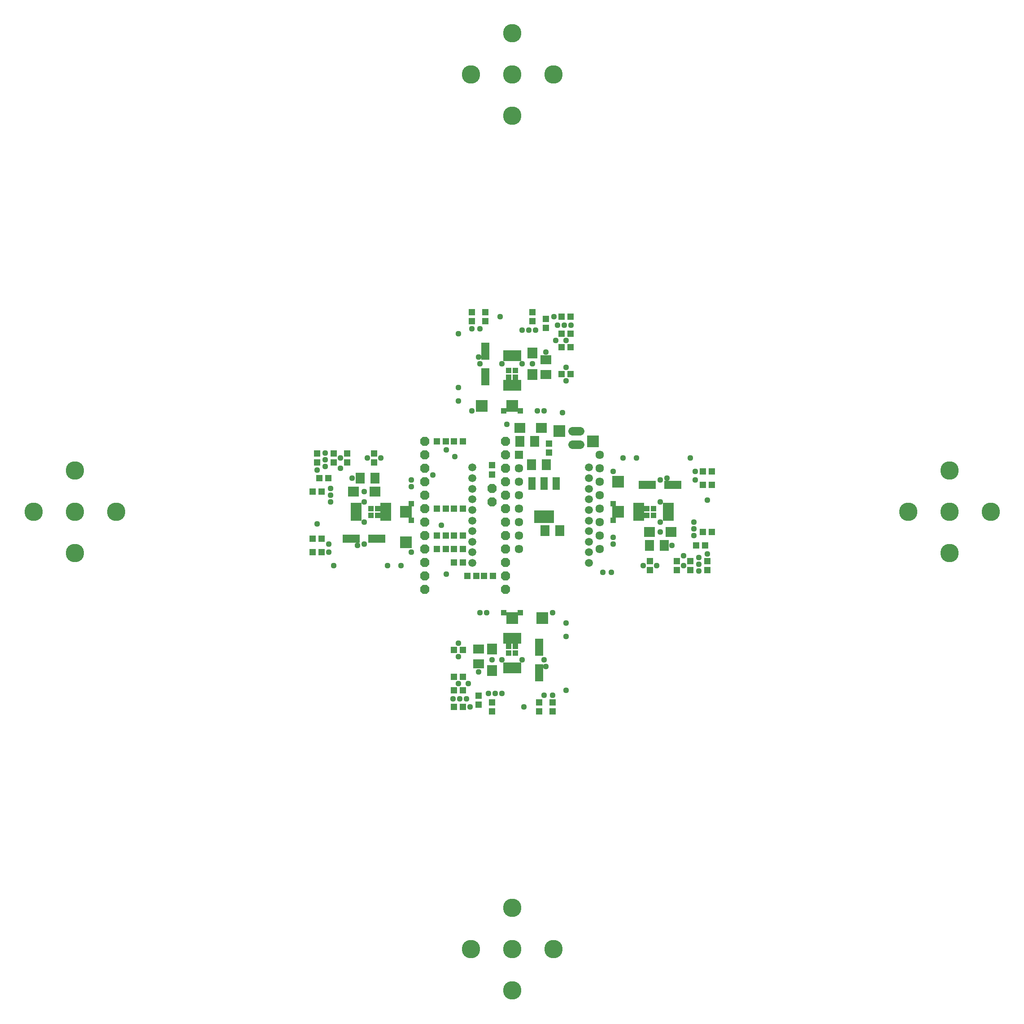
<source format=gts>
G75*
G70*
%OFA0B0*%
%FSLAX24Y24*%
%IPPOS*%
%LPD*%
%AMOC8*
5,1,8,0,0,1.08239X$1,22.5*
%
%ADD10R,0.0634X0.0634*%
%ADD11C,0.0634*%
%ADD12C,0.0595*%
%ADD13R,0.0474X0.0513*%
%ADD14R,0.0513X0.0474*%
%ADD15R,0.0789X0.0749*%
%ADD16R,0.0710X0.0789*%
%ADD17R,0.1261X0.0631*%
%ADD18R,0.0789X0.1340*%
%ADD19R,0.0867X0.0867*%
%ADD20R,0.0749X0.0789*%
%ADD21R,0.0631X0.1261*%
%ADD22R,0.0789X0.0710*%
%ADD23R,0.1340X0.0789*%
%ADD24OC8,0.0680*%
%ADD25R,0.0560X0.0960*%
%ADD26R,0.1497X0.0946*%
%ADD27C,0.0640*%
%ADD28C,0.0437*%
%ADD29R,0.0437X0.0437*%
%ADD30C,0.1370*%
D10*
X053683Y057434D03*
D11*
X053683Y056434D03*
X053683Y055434D03*
X053683Y054434D03*
X053683Y053434D03*
X053683Y052434D03*
X053683Y051434D03*
X053683Y050434D03*
X059683Y050434D03*
X059683Y051434D03*
X059683Y052434D03*
X059683Y053434D03*
X059683Y054434D03*
X059683Y055434D03*
X059683Y056434D03*
X059683Y057434D03*
D12*
X058889Y056478D03*
X058889Y055690D03*
X058889Y054903D03*
X058889Y054116D03*
X058889Y053328D03*
X058889Y052541D03*
X058889Y051753D03*
X058889Y050966D03*
X058889Y050179D03*
X058889Y049391D03*
X050227Y049391D03*
X050227Y050179D03*
X050227Y050966D03*
X050227Y051753D03*
X050227Y052541D03*
X050227Y053328D03*
X050227Y054116D03*
X050227Y054903D03*
X050227Y055690D03*
X050227Y056478D03*
D13*
X051683Y056644D03*
X051683Y055975D03*
X049518Y058434D03*
X048849Y058434D03*
X048268Y058434D03*
X047599Y058434D03*
X047599Y053434D03*
X048268Y053434D03*
X048268Y051434D03*
X047599Y051434D03*
X047599Y050434D03*
X048268Y050434D03*
X051099Y048434D03*
X051768Y048434D03*
X049518Y042934D03*
X048849Y042934D03*
X048849Y040934D03*
X049518Y040934D03*
X049518Y038684D03*
X048849Y038684D03*
X039018Y050184D03*
X038349Y050184D03*
X038349Y051184D03*
X039018Y051184D03*
X039018Y054684D03*
X038349Y054684D03*
X038849Y055684D03*
X039518Y055684D03*
X039933Y056850D03*
X039933Y057519D03*
X055933Y057600D03*
X055933Y058269D03*
X056849Y063434D03*
X057518Y063434D03*
X057518Y065434D03*
X056849Y065434D03*
X056849Y067684D03*
X057518Y067684D03*
X067349Y056184D03*
X068018Y056184D03*
X068018Y055184D03*
X067349Y055184D03*
X067349Y051684D03*
X068018Y051684D03*
X067518Y050684D03*
X066849Y050684D03*
X066433Y049519D03*
X066433Y048850D03*
D14*
X065433Y048850D03*
X065433Y049519D03*
X063433Y049519D03*
X063433Y048850D03*
X067683Y048850D03*
X067683Y049519D03*
X056183Y039019D03*
X056183Y038350D03*
X055183Y038350D03*
X055183Y039019D03*
X051683Y039019D03*
X051683Y038350D03*
X050683Y038850D03*
X050683Y039519D03*
X049518Y039934D03*
X048849Y039934D03*
X049849Y048434D03*
X050518Y048434D03*
X049518Y049434D03*
X048849Y049434D03*
X048849Y050434D03*
X049518Y050434D03*
X049518Y051434D03*
X048849Y051434D03*
X048849Y053434D03*
X049518Y053434D03*
X042933Y056850D03*
X042933Y057519D03*
X040933Y057519D03*
X040933Y056850D03*
X038683Y056850D03*
X038683Y057519D03*
X050183Y067350D03*
X050183Y068019D03*
X051183Y068019D03*
X051183Y067350D03*
X054683Y067350D03*
X054683Y068019D03*
X055683Y067519D03*
X055683Y066850D03*
X056849Y066434D03*
X057518Y066434D03*
D15*
X055365Y059434D03*
X053751Y059434D03*
X063376Y051684D03*
X064990Y051684D03*
X042990Y054684D03*
X041376Y054684D03*
D16*
X041882Y055684D03*
X042984Y055684D03*
X053757Y058434D03*
X054859Y058434D03*
X054632Y056684D03*
X055734Y056684D03*
X055632Y051809D03*
X056734Y051809D03*
X063382Y050684D03*
X064484Y050684D03*
D17*
X065128Y055184D03*
X063238Y055184D03*
X043128Y051184D03*
X041238Y051184D03*
D18*
X041581Y053184D03*
X043786Y053184D03*
X062581Y053184D03*
X064786Y053184D03*
D19*
X061058Y053184D03*
X061058Y055434D03*
X059183Y058434D03*
X056683Y059184D03*
X053183Y061059D03*
X050933Y061059D03*
X045308Y053184D03*
X045308Y050934D03*
X053183Y045309D03*
X055433Y045309D03*
D20*
X051683Y042991D03*
X051683Y041377D03*
X054683Y063377D03*
X054683Y064991D03*
D21*
X051183Y065129D03*
X051183Y063240D03*
X055183Y043129D03*
X055183Y041240D03*
D22*
X050683Y041883D03*
X050683Y042986D03*
X055683Y063383D03*
X055683Y064486D03*
D23*
X053183Y064787D03*
X053183Y062582D03*
X053183Y043787D03*
X053183Y041582D03*
D24*
X046683Y047434D03*
X046683Y048434D03*
X046683Y049434D03*
X046683Y050434D03*
X046683Y051434D03*
X046683Y052434D03*
X046683Y053434D03*
X046683Y054434D03*
X046683Y055434D03*
X046683Y056434D03*
X046683Y057434D03*
X046683Y058434D03*
X051683Y054934D03*
X051683Y053934D03*
X052683Y053434D03*
X052683Y052434D03*
X052683Y051434D03*
X052683Y050434D03*
X052683Y049434D03*
X052683Y048434D03*
X052683Y047434D03*
X052683Y054434D03*
X052683Y055434D03*
X052683Y056434D03*
X052683Y057434D03*
X052683Y058434D03*
D25*
X054648Y055279D03*
X055558Y055279D03*
X056468Y055279D03*
D26*
X055558Y052839D03*
D27*
X057653Y058184D02*
X058213Y058184D01*
X058213Y059184D02*
X057653Y059184D01*
D28*
X056933Y060559D03*
X055558Y060684D03*
X055058Y060684D03*
X052808Y059684D03*
X050183Y060684D03*
X049183Y061434D03*
X049183Y062434D03*
X050808Y064184D03*
X050683Y064684D03*
X052433Y064184D03*
X053933Y064184D03*
X054683Y064184D03*
X055683Y065059D03*
X056433Y065934D03*
X057183Y065934D03*
X057183Y063934D03*
X057183Y062934D03*
X054933Y066684D03*
X054433Y066684D03*
X053933Y066684D03*
X052308Y067684D03*
X050808Y066809D03*
X050183Y066809D03*
X049183Y066434D03*
X056308Y067684D03*
X056558Y067059D03*
X057058Y067059D03*
X057558Y067059D03*
X048308Y057809D03*
X048933Y057309D03*
X047308Y055934D03*
X045683Y055559D03*
X045683Y055059D03*
X043433Y057184D03*
X042433Y057184D03*
X041308Y055684D03*
X040433Y056434D03*
X040433Y057184D03*
X039308Y057059D03*
X039308Y056559D03*
X038683Y056309D03*
X039683Y054934D03*
X039683Y054434D03*
X039683Y053934D03*
X038683Y052309D03*
X039558Y050809D03*
X039558Y050184D03*
X039933Y049184D03*
X041683Y050684D03*
X042183Y050809D03*
X042183Y052434D03*
X042183Y053934D03*
X042183Y054684D03*
X039308Y057559D03*
X045683Y050184D03*
X044933Y049184D03*
X043933Y049184D03*
X048308Y048559D03*
X050808Y045684D03*
X051308Y045684D03*
X049183Y043434D03*
X049183Y042434D03*
X050683Y041309D03*
X049933Y040434D03*
X049183Y040434D03*
X049308Y039309D03*
X048808Y039309D03*
X049808Y039309D03*
X050058Y038684D03*
X051433Y039684D03*
X051933Y039684D03*
X052433Y039684D03*
X054058Y038684D03*
X055558Y039559D03*
X056183Y039559D03*
X057183Y039934D03*
X055683Y041684D03*
X055558Y042184D03*
X053933Y042184D03*
X052433Y042184D03*
X051683Y042184D03*
X056183Y045684D03*
X057183Y044934D03*
X057183Y043934D03*
X059933Y048684D03*
X060558Y048684D03*
X060683Y050809D03*
X060683Y051309D03*
X062933Y049184D03*
X063933Y049184D03*
X065058Y050684D03*
X065933Y049934D03*
X065933Y049184D03*
X067058Y049309D03*
X067058Y048809D03*
X067058Y049809D03*
X067683Y050059D03*
X066683Y051434D03*
X066683Y051934D03*
X066683Y052434D03*
X067683Y054059D03*
X066808Y055559D03*
X066808Y056184D03*
X066433Y057184D03*
X064683Y055684D03*
X064183Y055559D03*
X064183Y053934D03*
X064183Y052434D03*
X064183Y051684D03*
X060683Y056184D03*
X061433Y057184D03*
X062433Y057184D03*
X047933Y052184D03*
D29*
X045683Y052559D03*
X045683Y053809D03*
X043183Y053434D03*
X043183Y052934D03*
X042683Y052934D03*
X042683Y053434D03*
X052558Y060684D03*
X053808Y060684D03*
X053433Y063184D03*
X052933Y063184D03*
X052933Y063684D03*
X053433Y063684D03*
X060683Y053809D03*
X060683Y052559D03*
X063183Y052934D03*
X063683Y052934D03*
X063683Y053434D03*
X063183Y053434D03*
X053808Y045684D03*
X052558Y045684D03*
X052933Y043184D03*
X052933Y042684D03*
X053433Y042684D03*
X053433Y043184D03*
D30*
X053183Y023744D03*
X053183Y020684D03*
X050123Y020684D03*
X053183Y017624D03*
X056243Y020684D03*
X085683Y050124D03*
X085683Y053184D03*
X082623Y053184D03*
X085683Y056244D03*
X088743Y053184D03*
X056243Y085684D03*
X053183Y085684D03*
X050123Y085684D03*
X053183Y082624D03*
X053183Y088744D03*
X020683Y056244D03*
X020683Y053184D03*
X020683Y050124D03*
X017623Y053184D03*
X023743Y053184D03*
M02*

</source>
